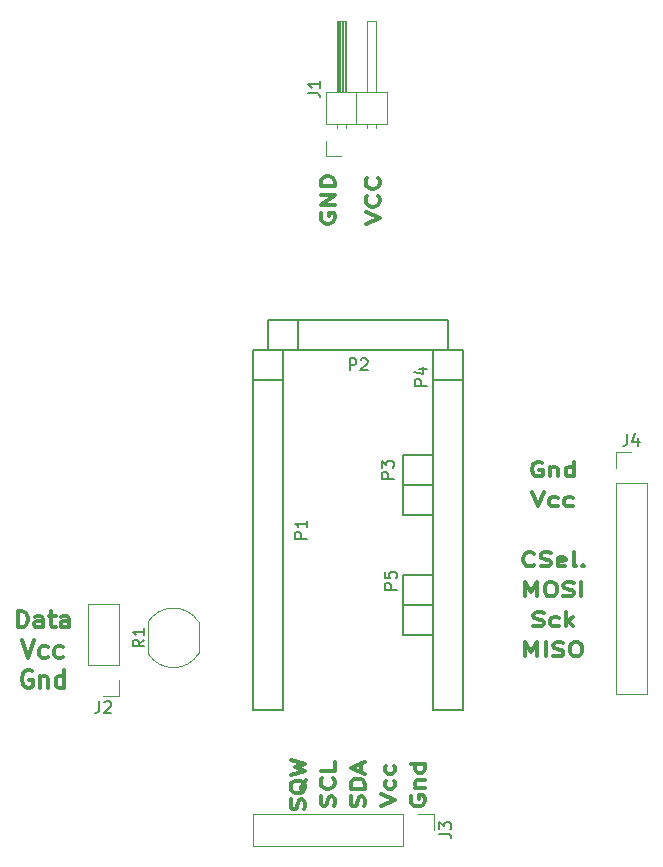
<source format=gbr>
G04 #@! TF.GenerationSoftware,KiCad,Pcbnew,5.0.2+dfsg1-1~bpo9+1*
G04 #@! TF.CreationDate,2019-03-25T16:16:38+01:00*
G04 #@! TF.ProjectId,ProMini,50726f4d-696e-4692-9e6b-696361645f70,0.1*
G04 #@! TF.SameCoordinates,Original*
G04 #@! TF.FileFunction,Legend,Top*
G04 #@! TF.FilePolarity,Positive*
%FSLAX46Y46*%
G04 Gerber Fmt 4.6, Leading zero omitted, Abs format (unit mm)*
G04 Created by KiCad (PCBNEW 5.0.2+dfsg1-1~bpo9+1) date Mon 25 Mar 2019 16:16:38 CET*
%MOMM*%
%LPD*%
G01*
G04 APERTURE LIST*
%ADD10C,0.300000*%
%ADD11C,0.150000*%
%ADD12C,0.120000*%
G04 APERTURE END LIST*
D10*
X142910000Y-72262857D02*
X142852857Y-72405714D01*
X142852857Y-72620000D01*
X142910000Y-72834285D01*
X143024285Y-72977142D01*
X143138571Y-73048571D01*
X143367142Y-73120000D01*
X143538571Y-73120000D01*
X143767142Y-73048571D01*
X143881428Y-72977142D01*
X143995714Y-72834285D01*
X144052857Y-72620000D01*
X144052857Y-72477142D01*
X143995714Y-72262857D01*
X143938571Y-72191428D01*
X143538571Y-72191428D01*
X143538571Y-72477142D01*
X144052857Y-71548571D02*
X142852857Y-71548571D01*
X144052857Y-70691428D01*
X142852857Y-70691428D01*
X144052857Y-69977142D02*
X142852857Y-69977142D01*
X142852857Y-69620000D01*
X142910000Y-69405714D01*
X143024285Y-69262857D01*
X143138571Y-69191428D01*
X143367142Y-69120000D01*
X143538571Y-69120000D01*
X143767142Y-69191428D01*
X143881428Y-69262857D01*
X143995714Y-69405714D01*
X144052857Y-69620000D01*
X144052857Y-69977142D01*
X146662857Y-73120000D02*
X147862857Y-72620000D01*
X146662857Y-72120000D01*
X147748571Y-70762857D02*
X147805714Y-70834285D01*
X147862857Y-71048571D01*
X147862857Y-71191428D01*
X147805714Y-71405714D01*
X147691428Y-71548571D01*
X147577142Y-71620000D01*
X147348571Y-71691428D01*
X147177142Y-71691428D01*
X146948571Y-71620000D01*
X146834285Y-71548571D01*
X146720000Y-71405714D01*
X146662857Y-71191428D01*
X146662857Y-71048571D01*
X146720000Y-70834285D01*
X146777142Y-70762857D01*
X147748571Y-69262857D02*
X147805714Y-69334285D01*
X147862857Y-69548571D01*
X147862857Y-69691428D01*
X147805714Y-69905714D01*
X147691428Y-70048571D01*
X147577142Y-70120000D01*
X147348571Y-70191428D01*
X147177142Y-70191428D01*
X146948571Y-70120000D01*
X146834285Y-70048571D01*
X146720000Y-69905714D01*
X146662857Y-69691428D01*
X146662857Y-69548571D01*
X146720000Y-69334285D01*
X146777142Y-69262857D01*
X141455714Y-122721428D02*
X141512857Y-122507142D01*
X141512857Y-122150000D01*
X141455714Y-122007142D01*
X141398571Y-121935714D01*
X141284285Y-121864285D01*
X141170000Y-121864285D01*
X141055714Y-121935714D01*
X140998571Y-122007142D01*
X140941428Y-122150000D01*
X140884285Y-122435714D01*
X140827142Y-122578571D01*
X140770000Y-122650000D01*
X140655714Y-122721428D01*
X140541428Y-122721428D01*
X140427142Y-122650000D01*
X140370000Y-122578571D01*
X140312857Y-122435714D01*
X140312857Y-122078571D01*
X140370000Y-121864285D01*
X141627142Y-120221428D02*
X141570000Y-120364285D01*
X141455714Y-120507142D01*
X141284285Y-120721428D01*
X141227142Y-120864285D01*
X141227142Y-121007142D01*
X141512857Y-120935714D02*
X141455714Y-121078571D01*
X141341428Y-121221428D01*
X141112857Y-121292857D01*
X140712857Y-121292857D01*
X140484285Y-121221428D01*
X140370000Y-121078571D01*
X140312857Y-120935714D01*
X140312857Y-120650000D01*
X140370000Y-120507142D01*
X140484285Y-120364285D01*
X140712857Y-120292857D01*
X141112857Y-120292857D01*
X141341428Y-120364285D01*
X141455714Y-120507142D01*
X141512857Y-120650000D01*
X141512857Y-120935714D01*
X140312857Y-119792857D02*
X141512857Y-119435714D01*
X140655714Y-119150000D01*
X141512857Y-118864285D01*
X140312857Y-118507142D01*
X143995714Y-122435714D02*
X144052857Y-122221428D01*
X144052857Y-121864285D01*
X143995714Y-121721428D01*
X143938571Y-121650000D01*
X143824285Y-121578571D01*
X143710000Y-121578571D01*
X143595714Y-121650000D01*
X143538571Y-121721428D01*
X143481428Y-121864285D01*
X143424285Y-122150000D01*
X143367142Y-122292857D01*
X143310000Y-122364285D01*
X143195714Y-122435714D01*
X143081428Y-122435714D01*
X142967142Y-122364285D01*
X142910000Y-122292857D01*
X142852857Y-122150000D01*
X142852857Y-121792857D01*
X142910000Y-121578571D01*
X143938571Y-120078571D02*
X143995714Y-120150000D01*
X144052857Y-120364285D01*
X144052857Y-120507142D01*
X143995714Y-120721428D01*
X143881428Y-120864285D01*
X143767142Y-120935714D01*
X143538571Y-121007142D01*
X143367142Y-121007142D01*
X143138571Y-120935714D01*
X143024285Y-120864285D01*
X142910000Y-120721428D01*
X142852857Y-120507142D01*
X142852857Y-120364285D01*
X142910000Y-120150000D01*
X142967142Y-120078571D01*
X144052857Y-118721428D02*
X144052857Y-119435714D01*
X142852857Y-119435714D01*
X146535714Y-122471428D02*
X146592857Y-122257142D01*
X146592857Y-121900000D01*
X146535714Y-121757142D01*
X146478571Y-121685714D01*
X146364285Y-121614285D01*
X146250000Y-121614285D01*
X146135714Y-121685714D01*
X146078571Y-121757142D01*
X146021428Y-121900000D01*
X145964285Y-122185714D01*
X145907142Y-122328571D01*
X145850000Y-122400000D01*
X145735714Y-122471428D01*
X145621428Y-122471428D01*
X145507142Y-122400000D01*
X145450000Y-122328571D01*
X145392857Y-122185714D01*
X145392857Y-121828571D01*
X145450000Y-121614285D01*
X146592857Y-120971428D02*
X145392857Y-120971428D01*
X145392857Y-120614285D01*
X145450000Y-120400000D01*
X145564285Y-120257142D01*
X145678571Y-120185714D01*
X145907142Y-120114285D01*
X146078571Y-120114285D01*
X146307142Y-120185714D01*
X146421428Y-120257142D01*
X146535714Y-120400000D01*
X146592857Y-120614285D01*
X146592857Y-120971428D01*
X146250000Y-119542857D02*
X146250000Y-118828571D01*
X146592857Y-119685714D02*
X145392857Y-119185714D01*
X146592857Y-118685714D01*
X150530000Y-121614285D02*
X150472857Y-121757142D01*
X150472857Y-121971428D01*
X150530000Y-122185714D01*
X150644285Y-122328571D01*
X150758571Y-122400000D01*
X150987142Y-122471428D01*
X151158571Y-122471428D01*
X151387142Y-122400000D01*
X151501428Y-122328571D01*
X151615714Y-122185714D01*
X151672857Y-121971428D01*
X151672857Y-121828571D01*
X151615714Y-121614285D01*
X151558571Y-121542857D01*
X151158571Y-121542857D01*
X151158571Y-121828571D01*
X150872857Y-120900000D02*
X151672857Y-120900000D01*
X150987142Y-120900000D02*
X150930000Y-120828571D01*
X150872857Y-120685714D01*
X150872857Y-120471428D01*
X150930000Y-120328571D01*
X151044285Y-120257142D01*
X151672857Y-120257142D01*
X151672857Y-118900000D02*
X150472857Y-118900000D01*
X151615714Y-118900000D02*
X151672857Y-119042857D01*
X151672857Y-119328571D01*
X151615714Y-119471428D01*
X151558571Y-119542857D01*
X151444285Y-119614285D01*
X151101428Y-119614285D01*
X150987142Y-119542857D01*
X150930000Y-119471428D01*
X150872857Y-119328571D01*
X150872857Y-119042857D01*
X150930000Y-118900000D01*
X147932857Y-122435714D02*
X149132857Y-121935714D01*
X147932857Y-121435714D01*
X149075714Y-120292857D02*
X149132857Y-120435714D01*
X149132857Y-120721428D01*
X149075714Y-120864285D01*
X149018571Y-120935714D01*
X148904285Y-121007142D01*
X148561428Y-121007142D01*
X148447142Y-120935714D01*
X148390000Y-120864285D01*
X148332857Y-120721428D01*
X148332857Y-120435714D01*
X148390000Y-120292857D01*
X149075714Y-119007142D02*
X149132857Y-119150000D01*
X149132857Y-119435714D01*
X149075714Y-119578571D01*
X149018571Y-119650000D01*
X148904285Y-119721428D01*
X148561428Y-119721428D01*
X148447142Y-119650000D01*
X148390000Y-119578571D01*
X148332857Y-119435714D01*
X148332857Y-119150000D01*
X148390000Y-119007142D01*
X160202857Y-109762857D02*
X160202857Y-108562857D01*
X160702857Y-109420000D01*
X161202857Y-108562857D01*
X161202857Y-109762857D01*
X161917142Y-109762857D02*
X161917142Y-108562857D01*
X162560000Y-109705714D02*
X162774285Y-109762857D01*
X163131428Y-109762857D01*
X163274285Y-109705714D01*
X163345714Y-109648571D01*
X163417142Y-109534285D01*
X163417142Y-109420000D01*
X163345714Y-109305714D01*
X163274285Y-109248571D01*
X163131428Y-109191428D01*
X162845714Y-109134285D01*
X162702857Y-109077142D01*
X162631428Y-109020000D01*
X162560000Y-108905714D01*
X162560000Y-108791428D01*
X162631428Y-108677142D01*
X162702857Y-108620000D01*
X162845714Y-108562857D01*
X163202857Y-108562857D01*
X163417142Y-108620000D01*
X164345714Y-108562857D02*
X164631428Y-108562857D01*
X164774285Y-108620000D01*
X164917142Y-108734285D01*
X164988571Y-108962857D01*
X164988571Y-109362857D01*
X164917142Y-109591428D01*
X164774285Y-109705714D01*
X164631428Y-109762857D01*
X164345714Y-109762857D01*
X164202857Y-109705714D01*
X164060000Y-109591428D01*
X163988571Y-109362857D01*
X163988571Y-108962857D01*
X164060000Y-108734285D01*
X164202857Y-108620000D01*
X164345714Y-108562857D01*
X160881428Y-107165714D02*
X161095714Y-107222857D01*
X161452857Y-107222857D01*
X161595714Y-107165714D01*
X161667142Y-107108571D01*
X161738571Y-106994285D01*
X161738571Y-106880000D01*
X161667142Y-106765714D01*
X161595714Y-106708571D01*
X161452857Y-106651428D01*
X161167142Y-106594285D01*
X161024285Y-106537142D01*
X160952857Y-106480000D01*
X160881428Y-106365714D01*
X160881428Y-106251428D01*
X160952857Y-106137142D01*
X161024285Y-106080000D01*
X161167142Y-106022857D01*
X161524285Y-106022857D01*
X161738571Y-106080000D01*
X163024285Y-107165714D02*
X162881428Y-107222857D01*
X162595714Y-107222857D01*
X162452857Y-107165714D01*
X162381428Y-107108571D01*
X162310000Y-106994285D01*
X162310000Y-106651428D01*
X162381428Y-106537142D01*
X162452857Y-106480000D01*
X162595714Y-106422857D01*
X162881428Y-106422857D01*
X163024285Y-106480000D01*
X163667142Y-107222857D02*
X163667142Y-106022857D01*
X163810000Y-106765714D02*
X164238571Y-107222857D01*
X164238571Y-106422857D02*
X163667142Y-106880000D01*
X160202857Y-104682857D02*
X160202857Y-103482857D01*
X160702857Y-104340000D01*
X161202857Y-103482857D01*
X161202857Y-104682857D01*
X162202857Y-103482857D02*
X162488571Y-103482857D01*
X162631428Y-103540000D01*
X162774285Y-103654285D01*
X162845714Y-103882857D01*
X162845714Y-104282857D01*
X162774285Y-104511428D01*
X162631428Y-104625714D01*
X162488571Y-104682857D01*
X162202857Y-104682857D01*
X162060000Y-104625714D01*
X161917142Y-104511428D01*
X161845714Y-104282857D01*
X161845714Y-103882857D01*
X161917142Y-103654285D01*
X162060000Y-103540000D01*
X162202857Y-103482857D01*
X163417142Y-104625714D02*
X163631428Y-104682857D01*
X163988571Y-104682857D01*
X164131428Y-104625714D01*
X164202857Y-104568571D01*
X164274285Y-104454285D01*
X164274285Y-104340000D01*
X164202857Y-104225714D01*
X164131428Y-104168571D01*
X163988571Y-104111428D01*
X163702857Y-104054285D01*
X163560000Y-103997142D01*
X163488571Y-103940000D01*
X163417142Y-103825714D01*
X163417142Y-103711428D01*
X163488571Y-103597142D01*
X163560000Y-103540000D01*
X163702857Y-103482857D01*
X164060000Y-103482857D01*
X164274285Y-103540000D01*
X164917142Y-104682857D02*
X164917142Y-103482857D01*
X160917142Y-102028571D02*
X160845714Y-102085714D01*
X160631428Y-102142857D01*
X160488571Y-102142857D01*
X160274285Y-102085714D01*
X160131428Y-101971428D01*
X160060000Y-101857142D01*
X159988571Y-101628571D01*
X159988571Y-101457142D01*
X160060000Y-101228571D01*
X160131428Y-101114285D01*
X160274285Y-101000000D01*
X160488571Y-100942857D01*
X160631428Y-100942857D01*
X160845714Y-101000000D01*
X160917142Y-101057142D01*
X161488571Y-102085714D02*
X161702857Y-102142857D01*
X162060000Y-102142857D01*
X162202857Y-102085714D01*
X162274285Y-102028571D01*
X162345714Y-101914285D01*
X162345714Y-101800000D01*
X162274285Y-101685714D01*
X162202857Y-101628571D01*
X162060000Y-101571428D01*
X161774285Y-101514285D01*
X161631428Y-101457142D01*
X161560000Y-101400000D01*
X161488571Y-101285714D01*
X161488571Y-101171428D01*
X161560000Y-101057142D01*
X161631428Y-101000000D01*
X161774285Y-100942857D01*
X162131428Y-100942857D01*
X162345714Y-101000000D01*
X163560000Y-102085714D02*
X163417142Y-102142857D01*
X163131428Y-102142857D01*
X162988571Y-102085714D01*
X162917142Y-101971428D01*
X162917142Y-101514285D01*
X162988571Y-101400000D01*
X163131428Y-101342857D01*
X163417142Y-101342857D01*
X163560000Y-101400000D01*
X163631428Y-101514285D01*
X163631428Y-101628571D01*
X162917142Y-101742857D01*
X164488571Y-102142857D02*
X164345714Y-102085714D01*
X164274285Y-101971428D01*
X164274285Y-100942857D01*
X165060000Y-102028571D02*
X165131428Y-102085714D01*
X165060000Y-102142857D01*
X164988571Y-102085714D01*
X165060000Y-102028571D01*
X165060000Y-102142857D01*
X160774285Y-95862857D02*
X161274285Y-97062857D01*
X161774285Y-95862857D01*
X162917142Y-97005714D02*
X162774285Y-97062857D01*
X162488571Y-97062857D01*
X162345714Y-97005714D01*
X162274285Y-96948571D01*
X162202857Y-96834285D01*
X162202857Y-96491428D01*
X162274285Y-96377142D01*
X162345714Y-96320000D01*
X162488571Y-96262857D01*
X162774285Y-96262857D01*
X162917142Y-96320000D01*
X164202857Y-97005714D02*
X164060000Y-97062857D01*
X163774285Y-97062857D01*
X163631428Y-97005714D01*
X163560000Y-96948571D01*
X163488571Y-96834285D01*
X163488571Y-96491428D01*
X163560000Y-96377142D01*
X163631428Y-96320000D01*
X163774285Y-96262857D01*
X164060000Y-96262857D01*
X164202857Y-96320000D01*
X161595714Y-93380000D02*
X161452857Y-93322857D01*
X161238571Y-93322857D01*
X161024285Y-93380000D01*
X160881428Y-93494285D01*
X160810000Y-93608571D01*
X160738571Y-93837142D01*
X160738571Y-94008571D01*
X160810000Y-94237142D01*
X160881428Y-94351428D01*
X161024285Y-94465714D01*
X161238571Y-94522857D01*
X161381428Y-94522857D01*
X161595714Y-94465714D01*
X161667142Y-94408571D01*
X161667142Y-94008571D01*
X161381428Y-94008571D01*
X162310000Y-93722857D02*
X162310000Y-94522857D01*
X162310000Y-93837142D02*
X162381428Y-93780000D01*
X162524285Y-93722857D01*
X162738571Y-93722857D01*
X162881428Y-93780000D01*
X162952857Y-93894285D01*
X162952857Y-94522857D01*
X164310000Y-94522857D02*
X164310000Y-93322857D01*
X164310000Y-94465714D02*
X164167142Y-94522857D01*
X163881428Y-94522857D01*
X163738571Y-94465714D01*
X163667142Y-94408571D01*
X163595714Y-94294285D01*
X163595714Y-93951428D01*
X163667142Y-93837142D01*
X163738571Y-93780000D01*
X163881428Y-93722857D01*
X164167142Y-93722857D01*
X164310000Y-93780000D01*
X118415714Y-111010000D02*
X118272857Y-110938571D01*
X118058571Y-110938571D01*
X117844285Y-111010000D01*
X117701428Y-111152857D01*
X117630000Y-111295714D01*
X117558571Y-111581428D01*
X117558571Y-111795714D01*
X117630000Y-112081428D01*
X117701428Y-112224285D01*
X117844285Y-112367142D01*
X118058571Y-112438571D01*
X118201428Y-112438571D01*
X118415714Y-112367142D01*
X118487142Y-112295714D01*
X118487142Y-111795714D01*
X118201428Y-111795714D01*
X119130000Y-111438571D02*
X119130000Y-112438571D01*
X119130000Y-111581428D02*
X119201428Y-111510000D01*
X119344285Y-111438571D01*
X119558571Y-111438571D01*
X119701428Y-111510000D01*
X119772857Y-111652857D01*
X119772857Y-112438571D01*
X121130000Y-112438571D02*
X121130000Y-110938571D01*
X121130000Y-112367142D02*
X120987142Y-112438571D01*
X120701428Y-112438571D01*
X120558571Y-112367142D01*
X120487142Y-112295714D01*
X120415714Y-112152857D01*
X120415714Y-111724285D01*
X120487142Y-111581428D01*
X120558571Y-111510000D01*
X120701428Y-111438571D01*
X120987142Y-111438571D01*
X121130000Y-111510000D01*
X117594285Y-108398571D02*
X118094285Y-109898571D01*
X118594285Y-108398571D01*
X119737142Y-109827142D02*
X119594285Y-109898571D01*
X119308571Y-109898571D01*
X119165714Y-109827142D01*
X119094285Y-109755714D01*
X119022857Y-109612857D01*
X119022857Y-109184285D01*
X119094285Y-109041428D01*
X119165714Y-108970000D01*
X119308571Y-108898571D01*
X119594285Y-108898571D01*
X119737142Y-108970000D01*
X121022857Y-109827142D02*
X120880000Y-109898571D01*
X120594285Y-109898571D01*
X120451428Y-109827142D01*
X120380000Y-109755714D01*
X120308571Y-109612857D01*
X120308571Y-109184285D01*
X120380000Y-109041428D01*
X120451428Y-108970000D01*
X120594285Y-108898571D01*
X120880000Y-108898571D01*
X121022857Y-108970000D01*
X117201428Y-107313333D02*
X117201428Y-105913333D01*
X117558571Y-105913333D01*
X117772857Y-105980000D01*
X117915714Y-106113333D01*
X117987142Y-106246666D01*
X118058571Y-106513333D01*
X118058571Y-106713333D01*
X117987142Y-106980000D01*
X117915714Y-107113333D01*
X117772857Y-107246666D01*
X117558571Y-107313333D01*
X117201428Y-107313333D01*
X119344285Y-107313333D02*
X119344285Y-106580000D01*
X119272857Y-106446666D01*
X119130000Y-106380000D01*
X118844285Y-106380000D01*
X118701428Y-106446666D01*
X119344285Y-107246666D02*
X119201428Y-107313333D01*
X118844285Y-107313333D01*
X118701428Y-107246666D01*
X118630000Y-107113333D01*
X118630000Y-106980000D01*
X118701428Y-106846666D01*
X118844285Y-106780000D01*
X119201428Y-106780000D01*
X119344285Y-106713333D01*
X119844285Y-106380000D02*
X120415714Y-106380000D01*
X120058571Y-105913333D02*
X120058571Y-107113333D01*
X120130000Y-107246666D01*
X120272857Y-107313333D01*
X120415714Y-107313333D01*
X121558571Y-107313333D02*
X121558571Y-106580000D01*
X121487142Y-106446666D01*
X121344285Y-106380000D01*
X121058571Y-106380000D01*
X120915714Y-106446666D01*
X121558571Y-107246666D02*
X121415714Y-107313333D01*
X121058571Y-107313333D01*
X120915714Y-107246666D01*
X120844285Y-107113333D01*
X120844285Y-106980000D01*
X120915714Y-106846666D01*
X121058571Y-106780000D01*
X121415714Y-106780000D01*
X121558571Y-106713333D01*
D11*
G04 #@! TO.C,P1*
X139700000Y-86360000D02*
X139700000Y-83820000D01*
X139700000Y-83820000D02*
X137160000Y-83820000D01*
X137160000Y-83820000D02*
X137160000Y-86360000D01*
X137160000Y-86360000D02*
X137160000Y-114300000D01*
X137160000Y-114300000D02*
X139700000Y-114300000D01*
X139700000Y-114300000D02*
X139700000Y-86360000D01*
X137160000Y-86360000D02*
X139700000Y-86360000D01*
G04 #@! TO.C,P2*
X140970000Y-81280000D02*
X138430000Y-81280000D01*
X138430000Y-81280000D02*
X138430000Y-83820000D01*
X138430000Y-83820000D02*
X140970000Y-83820000D01*
X140970000Y-83820000D02*
X153670000Y-83820000D01*
X153670000Y-83820000D02*
X153670000Y-81280000D01*
X153670000Y-81280000D02*
X140970000Y-81280000D01*
X140970000Y-83820000D02*
X140970000Y-81280000D01*
G04 #@! TO.C,P3*
X152400000Y-95250000D02*
X152400000Y-92710000D01*
X152400000Y-92710000D02*
X149860000Y-92710000D01*
X149860000Y-92710000D02*
X149860000Y-95250000D01*
X149860000Y-97790000D02*
X149860000Y-95250000D01*
X149860000Y-95250000D02*
X152400000Y-95250000D01*
X152400000Y-95250000D02*
X152400000Y-97790000D01*
X152400000Y-97790000D02*
X149860000Y-97790000D01*
G04 #@! TO.C,P4*
X154940000Y-86360000D02*
X154940000Y-83820000D01*
X154940000Y-83820000D02*
X152400000Y-83820000D01*
X152400000Y-83820000D02*
X152400000Y-86360000D01*
X152400000Y-86360000D02*
X152400000Y-114300000D01*
X152400000Y-114300000D02*
X154940000Y-114300000D01*
X154940000Y-114300000D02*
X154940000Y-86360000D01*
X152400000Y-86360000D02*
X154940000Y-86360000D01*
G04 #@! TO.C,P5*
X152400000Y-105410000D02*
X152400000Y-102870000D01*
X152400000Y-102870000D02*
X149860000Y-102870000D01*
X149860000Y-102870000D02*
X149860000Y-105410000D01*
X149860000Y-107950000D02*
X149860000Y-105410000D01*
X149860000Y-105410000D02*
X152400000Y-105410000D01*
X152400000Y-105410000D02*
X152400000Y-107950000D01*
X152400000Y-107950000D02*
X149860000Y-107950000D01*
D12*
G04 #@! TO.C,J1*
X143290001Y-64664998D02*
X148490001Y-64664998D01*
X148490001Y-64664998D02*
X148490001Y-62004998D01*
X148490001Y-62004998D02*
X143290001Y-62004998D01*
X143290001Y-62004998D02*
X143290001Y-64664998D01*
X144240001Y-62004998D02*
X144240001Y-56004998D01*
X144240001Y-56004998D02*
X145000001Y-56004998D01*
X145000001Y-56004998D02*
X145000001Y-62004998D01*
X144300001Y-62004998D02*
X144300001Y-56004998D01*
X144420001Y-62004998D02*
X144420001Y-56004998D01*
X144540001Y-62004998D02*
X144540001Y-56004998D01*
X144660001Y-62004998D02*
X144660001Y-56004998D01*
X144780001Y-62004998D02*
X144780001Y-56004998D01*
X144900001Y-62004998D02*
X144900001Y-56004998D01*
X144240001Y-64994998D02*
X144240001Y-64664998D01*
X145000001Y-64994998D02*
X145000001Y-64664998D01*
X145890001Y-64664998D02*
X145890001Y-62004998D01*
X146780001Y-62004998D02*
X146780001Y-56004998D01*
X146780001Y-56004998D02*
X147540001Y-56004998D01*
X147540001Y-56004998D02*
X147540001Y-62004998D01*
X146780001Y-65062069D02*
X146780001Y-64664998D01*
X147540001Y-65062069D02*
X147540001Y-64664998D01*
X144620001Y-67374998D02*
X143350001Y-67374998D01*
X143350001Y-67374998D02*
X143350001Y-66104998D01*
G04 #@! TO.C,J2*
X125790000Y-105350000D02*
X123130000Y-105350000D01*
X125790000Y-110490000D02*
X125790000Y-105350000D01*
X123130000Y-110490000D02*
X123130000Y-105350000D01*
X125790000Y-110490000D02*
X123130000Y-110490000D01*
X125790000Y-111760000D02*
X125790000Y-113090000D01*
X125790000Y-113090000D02*
X124460000Y-113090000D01*
G04 #@! TO.C,J3*
X137100000Y-123130000D02*
X137100000Y-125790000D01*
X149860000Y-123130000D02*
X137100000Y-123130000D01*
X149860000Y-125790000D02*
X137100000Y-125790000D01*
X149860000Y-123130000D02*
X149860000Y-125790000D01*
X151130000Y-123130000D02*
X152460000Y-123130000D01*
X152460000Y-123130000D02*
X152460000Y-124460000D01*
G04 #@! TO.C,J4*
X167835002Y-112930001D02*
X170495002Y-112930001D01*
X167835002Y-95090001D02*
X167835002Y-112930001D01*
X170495002Y-95090001D02*
X170495002Y-112930001D01*
X167835002Y-95090001D02*
X170495002Y-95090001D01*
X167835002Y-93820001D02*
X167835002Y-92490001D01*
X167835002Y-92490001D02*
X169165002Y-92490001D01*
G04 #@! TO.C,R1*
X132545002Y-109510001D02*
X132545002Y-106860001D01*
X128245002Y-109510001D02*
X128245002Y-106860001D01*
X128260614Y-109535477D02*
G75*
G03X132545002Y-109510001I2134388J1325476D01*
G01*
X132527146Y-106831974D02*
G75*
G03X128245002Y-106860001I-2132144J-1378027D01*
G01*
G04 #@! TO.C,P1*
D11*
X141676380Y-99798095D02*
X140676380Y-99798095D01*
X140676380Y-99417142D01*
X140724000Y-99321904D01*
X140771619Y-99274285D01*
X140866857Y-99226666D01*
X141009714Y-99226666D01*
X141104952Y-99274285D01*
X141152571Y-99321904D01*
X141200190Y-99417142D01*
X141200190Y-99798095D01*
X141676380Y-98274285D02*
X141676380Y-98845714D01*
X141676380Y-98560000D02*
X140676380Y-98560000D01*
X140819238Y-98655238D01*
X140914476Y-98750476D01*
X140962095Y-98845714D01*
G04 #@! TO.C,P2*
X145311904Y-85542380D02*
X145311904Y-84542380D01*
X145692857Y-84542380D01*
X145788095Y-84590000D01*
X145835714Y-84637619D01*
X145883333Y-84732857D01*
X145883333Y-84875714D01*
X145835714Y-84970952D01*
X145788095Y-85018571D01*
X145692857Y-85066190D01*
X145311904Y-85066190D01*
X146264285Y-84637619D02*
X146311904Y-84590000D01*
X146407142Y-84542380D01*
X146645238Y-84542380D01*
X146740476Y-84590000D01*
X146788095Y-84637619D01*
X146835714Y-84732857D01*
X146835714Y-84828095D01*
X146788095Y-84970952D01*
X146216666Y-85542380D01*
X146835714Y-85542380D01*
G04 #@! TO.C,P3*
X149042380Y-94718095D02*
X148042380Y-94718095D01*
X148042380Y-94337142D01*
X148090000Y-94241904D01*
X148137619Y-94194285D01*
X148232857Y-94146666D01*
X148375714Y-94146666D01*
X148470952Y-94194285D01*
X148518571Y-94241904D01*
X148566190Y-94337142D01*
X148566190Y-94718095D01*
X148042380Y-93813333D02*
X148042380Y-93194285D01*
X148423333Y-93527619D01*
X148423333Y-93384761D01*
X148470952Y-93289523D01*
X148518571Y-93241904D01*
X148613809Y-93194285D01*
X148851904Y-93194285D01*
X148947142Y-93241904D01*
X148994761Y-93289523D01*
X149042380Y-93384761D01*
X149042380Y-93670476D01*
X148994761Y-93765714D01*
X148947142Y-93813333D01*
G04 #@! TO.C,P4*
X151836380Y-86844095D02*
X150836380Y-86844095D01*
X150836380Y-86463142D01*
X150884000Y-86367904D01*
X150931619Y-86320285D01*
X151026857Y-86272666D01*
X151169714Y-86272666D01*
X151264952Y-86320285D01*
X151312571Y-86367904D01*
X151360190Y-86463142D01*
X151360190Y-86844095D01*
X151169714Y-85415523D02*
X151836380Y-85415523D01*
X150788761Y-85653619D02*
X151503047Y-85891714D01*
X151503047Y-85272666D01*
G04 #@! TO.C,P5*
X149296380Y-104116095D02*
X148296380Y-104116095D01*
X148296380Y-103735142D01*
X148344000Y-103639904D01*
X148391619Y-103592285D01*
X148486857Y-103544666D01*
X148629714Y-103544666D01*
X148724952Y-103592285D01*
X148772571Y-103639904D01*
X148820190Y-103735142D01*
X148820190Y-104116095D01*
X148296380Y-102639904D02*
X148296380Y-103116095D01*
X148772571Y-103163714D01*
X148724952Y-103116095D01*
X148677333Y-103020857D01*
X148677333Y-102782761D01*
X148724952Y-102687523D01*
X148772571Y-102639904D01*
X148867809Y-102592285D01*
X149105904Y-102592285D01*
X149201142Y-102639904D01*
X149248761Y-102687523D01*
X149296380Y-102782761D01*
X149296380Y-103020857D01*
X149248761Y-103116095D01*
X149201142Y-103163714D01*
G04 #@! TO.C,J1*
X141802381Y-62053331D02*
X142516667Y-62053331D01*
X142659524Y-62100950D01*
X142754762Y-62196188D01*
X142802381Y-62339045D01*
X142802381Y-62434283D01*
X142802381Y-61053331D02*
X142802381Y-61624759D01*
X142802381Y-61339045D02*
X141802381Y-61339045D01*
X141945239Y-61434283D01*
X142040477Y-61529521D01*
X142088096Y-61624759D01*
G04 #@! TO.C,J2*
X124126666Y-113542380D02*
X124126666Y-114256666D01*
X124079047Y-114399523D01*
X123983809Y-114494761D01*
X123840952Y-114542380D01*
X123745714Y-114542380D01*
X124555238Y-113637619D02*
X124602857Y-113590000D01*
X124698095Y-113542380D01*
X124936190Y-113542380D01*
X125031428Y-113590000D01*
X125079047Y-113637619D01*
X125126666Y-113732857D01*
X125126666Y-113828095D01*
X125079047Y-113970952D01*
X124507619Y-114542380D01*
X125126666Y-114542380D01*
G04 #@! TO.C,J3*
X152912380Y-124793333D02*
X153626666Y-124793333D01*
X153769523Y-124840952D01*
X153864761Y-124936190D01*
X153912380Y-125079047D01*
X153912380Y-125174285D01*
X152912380Y-124412380D02*
X152912380Y-123793333D01*
X153293333Y-124126666D01*
X153293333Y-123983809D01*
X153340952Y-123888571D01*
X153388571Y-123840952D01*
X153483809Y-123793333D01*
X153721904Y-123793333D01*
X153817142Y-123840952D01*
X153864761Y-123888571D01*
X153912380Y-123983809D01*
X153912380Y-124269523D01*
X153864761Y-124364761D01*
X153817142Y-124412380D01*
G04 #@! TO.C,J4*
X168831668Y-90942381D02*
X168831668Y-91656667D01*
X168784049Y-91799524D01*
X168688811Y-91894762D01*
X168545954Y-91942381D01*
X168450716Y-91942381D01*
X169736430Y-91275715D02*
X169736430Y-91942381D01*
X169498335Y-90894762D02*
X169260240Y-91609048D01*
X169879287Y-91609048D01*
G04 #@! TO.C,R1*
X127947382Y-108356667D02*
X127471192Y-108690001D01*
X127947382Y-108928096D02*
X126947382Y-108928096D01*
X126947382Y-108547143D01*
X126995002Y-108451905D01*
X127042621Y-108404286D01*
X127137859Y-108356667D01*
X127280716Y-108356667D01*
X127375954Y-108404286D01*
X127423573Y-108451905D01*
X127471192Y-108547143D01*
X127471192Y-108928096D01*
X127947382Y-107404286D02*
X127947382Y-107975715D01*
X127947382Y-107690001D02*
X126947382Y-107690001D01*
X127090240Y-107785239D01*
X127185478Y-107880477D01*
X127233097Y-107975715D01*
G04 #@! TD*
M02*

</source>
